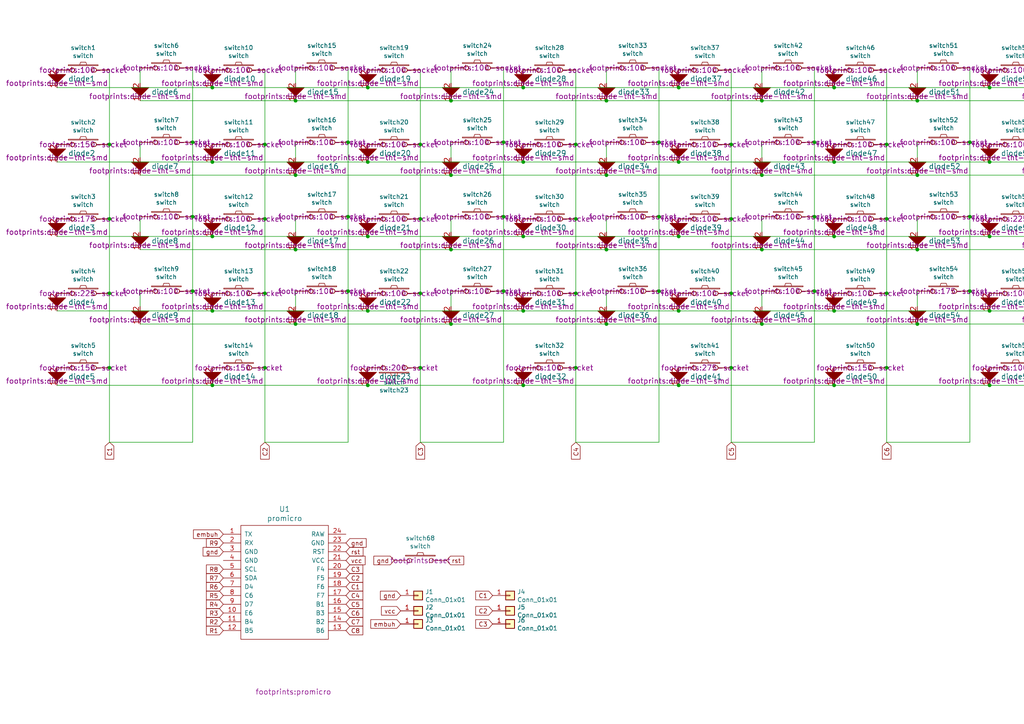
<source format=kicad_sch>
(kicad_sch (version 20211123) (generator eeschema)
  (paper "A4")
  (junction (at 175.895 72.39))
  (junction (at 241.935 111.76))
  (junction (at 85.725 50.8))
  (junction (at 167.005 85.09))
  (junction (at 257.175 85.09))
  (junction (at 85.725 93.98))
  (junction (at 55.88 62.865))
  (junction (at 236.22 41.275))
  (junction (at 146.05 41.275))
  (junction (at 76.835 41.91))
  (junction (at 31.75 85.09))
  (junction (at 266.065 50.8))
  (junction (at 175.895 50.8))
  (junction (at 302.26 41.91))
  (junction (at 281.305 62.865))
  (junction (at 257.175 106.68))
  (junction (at 196.85 90.17))
  (junction (at 121.92 41.91))
  (junction (at 100.965 41.275))
  (junction (at 281.305 41.275))
  (junction (at 220.98 72.39))
  (junction (at 121.92 106.68))
  (junction (at 167.005 41.91))
  (junction (at 212.09 63.5))
  (junction (at 191.135 62.865))
  (junction (at 76.835 106.68))
  (junction (at 55.88 84.455))
  (junction (at 146.05 84.455))
  (junction (at 106.68 68.58))
  (junction (at 31.75 41.91))
  (junction (at 151.765 68.58))
  (junction (at 106.68 46.99))
  (junction (at 61.595 68.58))
  (junction (at 100.965 62.865))
  (junction (at 85.725 29.21))
  (junction (at 130.81 72.39))
  (junction (at 212.09 41.91))
  (junction (at 332.105 46.99))
  (junction (at 31.75 63.5))
  (junction (at 287.02 111.76))
  (junction (at 175.895 29.21))
  (junction (at 266.065 93.98))
  (junction (at 287.02 46.99))
  (junction (at 241.935 25.4))
  (junction (at 106.68 90.17))
  (junction (at 332.105 90.17))
  (junction (at 76.835 63.5))
  (junction (at 241.935 90.17))
  (junction (at 257.175 63.5))
  (junction (at 347.345 63.5))
  (junction (at 146.05 62.865))
  (junction (at 167.005 106.68))
  (junction (at 61.595 46.99))
  (junction (at 266.065 72.39))
  (junction (at 167.005 63.5))
  (junction (at 302.26 85.09))
  (junction (at 347.345 85.09))
  (junction (at 151.765 46.99))
  (junction (at 311.15 29.21))
  (junction (at 196.85 46.99))
  (junction (at 196.85 25.4))
  (junction (at 287.02 90.17))
  (junction (at 130.81 50.8))
  (junction (at 332.105 68.58))
  (junction (at 191.135 41.275))
  (junction (at 61.595 111.76))
  (junction (at 220.98 29.21))
  (junction (at 151.765 111.76))
  (junction (at 347.345 41.91))
  (junction (at 100.965 84.455))
  (junction (at 287.02 68.58))
  (junction (at 175.895 93.98))
  (junction (at 121.92 63.5))
  (junction (at 332.105 25.4))
  (junction (at 220.98 93.98))
  (junction (at 31.75 106.68))
  (junction (at 220.98 50.8))
  (junction (at 212.09 106.68))
  (junction (at 61.595 90.17))
  (junction (at 191.135 84.455))
  (junction (at 151.765 90.17))
  (junction (at 281.305 84.455))
  (junction (at 326.39 41.275))
  (junction (at 287.02 25.4))
  (junction (at 311.15 50.8))
  (junction (at 266.065 29.21))
  (junction (at 130.81 93.98))
  (junction (at 121.92 85.09))
  (junction (at 326.39 62.865))
  (junction (at 61.595 25.4))
  (junction (at 326.39 84.455))
  (junction (at 257.175 41.91))
  (junction (at 241.935 46.99))
  (junction (at 130.81 29.21))
  (junction (at 151.765 25.4))
  (junction (at 55.88 41.275))
  (junction (at 85.725 72.39))
  (junction (at 212.09 85.09))
  (junction (at 311.15 72.39))
  (junction (at 196.85 68.58))
  (junction (at 76.835 85.09))
  (junction (at 106.68 111.76))
  (junction (at 302.26 106.68))
  (junction (at 236.22 84.455))
  (junction (at 236.22 62.865))
  (junction (at 311.15 93.98))
  (junction (at 241.935 68.58))
  (junction (at 196.85 111.76))
  (junction (at 106.68 25.4))
  (junction (at 302.26 63.5))
  (wire (pts (xy 326.39 84.455) (xy 326.39 128.27)))
  (wire (pts (xy 191.135 41.275) (xy 191.135 62.865)))
  (wire (pts (xy 332.105 90.17) (xy 377.19 90.17)))
  (wire (pts (xy 106.68 46.99) (xy 151.765 46.99)))
  (wire (pts (xy 100.965 84.455) (xy 100.965 128.27)))
  (wire (pts (xy 100.965 41.275) (xy 100.965 62.865)))
  (wire (pts (xy 31.75 106.68) (xy 31.75 128.27)))
  (wire (pts (xy 196.85 25.4) (xy 241.935 25.4)))
  (wire (pts (xy 167.005 128.27) (xy 191.135 128.27)))
  (wire (pts (xy 191.135 19.685) (xy 191.135 41.275)))
  (wire (pts (xy 302.26 20.32) (xy 302.26 41.91)))
  (wire (pts (xy 85.725 41.275) (xy 85.725 45.72)))
  (wire (pts (xy 332.105 25.4) (xy 377.19 25.4)))
  (wire (pts (xy 236.22 84.455) (xy 236.22 128.27)))
  (wire (pts (xy 85.725 72.39) (xy 130.81 72.39)))
  (wire (pts (xy 287.02 90.17) (xy 332.105 90.17)))
  (wire (pts (xy 212.09 63.5) (xy 212.09 85.09)))
  (wire (pts (xy 332.105 68.58) (xy 377.19 68.58)))
  (wire (pts (xy 347.345 63.5) (xy 347.345 85.09)))
  (wire (pts (xy 106.68 90.17) (xy 151.765 90.17)))
  (wire (pts (xy 266.065 72.39) (xy 311.15 72.39)))
  (wire (pts (xy 257.175 128.27) (xy 281.305 128.27)))
  (wire (pts (xy 287.02 46.99) (xy 332.105 46.99)))
  (wire (pts (xy 85.725 50.8) (xy 130.81 50.8)))
  (wire (pts (xy 175.895 84.455) (xy 175.895 88.9)))
  (wire (pts (xy 85.725 84.455) (xy 85.725 88.9)))
  (wire (pts (xy 302.26 41.91) (xy 302.26 63.5)))
  (wire (pts (xy 281.305 62.865) (xy 281.305 84.455)))
  (wire (pts (xy 40.64 19.685) (xy 40.64 24.13)))
  (wire (pts (xy 311.15 29.21) (xy 401.32 29.21)))
  (wire (pts (xy 85.725 62.865) (xy 85.725 67.31)))
  (wire (pts (xy 40.64 50.8) (xy 85.725 50.8)))
  (wire (pts (xy 257.175 20.32) (xy 257.175 41.91)))
  (wire (pts (xy 287.02 68.58) (xy 332.105 68.58)))
  (wire (pts (xy 130.81 93.98) (xy 175.895 93.98)))
  (wire (pts (xy 311.15 93.98) (xy 401.32 93.98)))
  (wire (pts (xy 266.065 41.275) (xy 266.065 45.72)))
  (wire (pts (xy 266.065 29.21) (xy 311.15 29.21)))
  (wire (pts (xy 175.895 93.98) (xy 220.98 93.98)))
  (wire (pts (xy 40.64 29.21) (xy 85.725 29.21)))
  (wire (pts (xy 121.92 85.09) (xy 121.92 106.68)))
  (wire (pts (xy 61.595 46.99) (xy 106.68 46.99)))
  (wire (pts (xy 220.98 50.8) (xy 266.065 50.8)))
  (wire (pts (xy 281.305 41.275) (xy 281.305 62.865)))
  (wire (pts (xy 151.765 68.58) (xy 196.85 68.58)))
  (wire (pts (xy 146.05 19.685) (xy 146.05 41.275)))
  (wire (pts (xy 287.02 111.76) (xy 377.19 111.76)))
  (wire (pts (xy 266.065 19.685) (xy 266.065 24.13)))
  (wire (pts (xy 326.39 41.275) (xy 326.39 62.865)))
  (wire (pts (xy 40.64 41.275) (xy 40.64 45.72)))
  (wire (pts (xy 151.765 25.4) (xy 196.85 25.4)))
  (wire (pts (xy 151.765 111.76) (xy 196.85 111.76)))
  (wire (pts (xy 257.175 41.91) (xy 257.175 63.5)))
  (wire (pts (xy 241.935 46.99) (xy 287.02 46.99)))
  (wire (pts (xy 31.75 41.91) (xy 31.75 63.5)))
  (wire (pts (xy 40.64 72.39) (xy 85.725 72.39)))
  (wire (pts (xy 76.835 20.32) (xy 76.835 41.91)))
  (wire (pts (xy 241.935 25.4) (xy 287.02 25.4)))
  (wire (pts (xy 85.725 29.21) (xy 130.81 29.21)))
  (wire (pts (xy 347.345 128.27) (xy 371.475 128.27)))
  (wire (pts (xy 220.98 93.98) (xy 266.065 93.98)))
  (wire (pts (xy 266.065 62.865) (xy 266.065 67.31)))
  (wire (pts (xy 220.98 29.21) (xy 266.065 29.21)))
  (wire (pts (xy 212.09 20.32) (xy 212.09 41.91)))
  (wire (pts (xy 16.51 111.76) (xy 61.595 111.76)))
  (wire (pts (xy 76.835 106.68) (xy 76.835 128.27)))
  (wire (pts (xy 241.935 90.17) (xy 287.02 90.17)))
  (wire (pts (xy 167.005 63.5) (xy 167.005 85.09)))
  (wire (pts (xy 106.68 25.4) (xy 151.765 25.4)))
  (wire (pts (xy 266.065 50.8) (xy 311.15 50.8)))
  (wire (pts (xy 61.595 111.76) (xy 106.68 111.76)))
  (wire (pts (xy 121.92 106.68) (xy 121.92 128.27)))
  (wire (pts (xy 85.725 93.98) (xy 130.81 93.98)))
  (wire (pts (xy 196.85 68.58) (xy 241.935 68.58)))
  (wire (pts (xy 196.85 90.17) (xy 241.935 90.17)))
  (wire (pts (xy 16.51 46.99) (xy 61.595 46.99)))
  (wire (pts (xy 151.765 90.17) (xy 196.85 90.17)))
  (wire (pts (xy 106.68 68.58) (xy 151.765 68.58)))
  (wire (pts (xy 220.98 72.39) (xy 266.065 72.39)))
  (wire (pts (xy 311.15 41.275) (xy 311.15 45.72)))
  (wire (pts (xy 100.965 62.865) (xy 100.965 84.455)))
  (wire (pts (xy 55.88 62.865) (xy 55.88 84.455)))
  (wire (pts (xy 212.09 106.68) (xy 212.09 128.27)))
  (wire (pts (xy 146.05 84.455) (xy 146.05 128.27)))
  (wire (pts (xy 302.26 85.09) (xy 302.26 106.68)))
  (wire (pts (xy 236.22 62.865) (xy 236.22 84.455)))
  (wire (pts (xy 146.05 62.865) (xy 146.05 84.455)))
  (wire (pts (xy 257.175 106.68) (xy 257.175 128.27)))
  (wire (pts (xy 175.895 72.39) (xy 220.98 72.39)))
  (wire (pts (xy 311.15 50.8) (xy 401.32 50.8)))
  (wire (pts (xy 121.92 20.32) (xy 121.92 41.91)))
  (wire (pts (xy 175.895 41.275) (xy 175.895 45.72)))
  (wire (pts (xy 76.835 41.91) (xy 76.835 63.5)))
  (wire (pts (xy 106.68 111.76) (xy 151.765 111.76)))
  (wire (pts (xy 85.725 19.685) (xy 85.725 24.13)))
  (wire (pts (xy 220.98 19.685) (xy 220.98 24.13)))
  (wire (pts (xy 167.005 41.91) (xy 167.005 63.5)))
  (wire (pts (xy 31.75 20.32) (xy 31.75 41.91)))
  (wire (pts (xy 121.92 128.27) (xy 146.05 128.27)))
  (wire (pts (xy 130.81 29.21) (xy 175.895 29.21)))
  (wire (pts (xy 76.835 85.09) (xy 76.835 106.68)))
  (wire (pts (xy 31.75 128.27) (xy 55.88 128.27)))
  (wire (pts (xy 266.065 93.98) (xy 311.15 93.98)))
  (wire (pts (xy 151.765 46.99) (xy 196.85 46.99)))
  (wire (pts (xy 191.135 84.455) (xy 191.135 128.27)))
  (wire (pts (xy 55.88 41.275) (xy 55.88 62.865)))
  (wire (pts (xy 76.835 63.5) (xy 76.835 85.09)))
  (wire (pts (xy 61.595 90.17) (xy 106.68 90.17)))
  (wire (pts (xy 236.22 19.685) (xy 236.22 41.275)))
  (wire (pts (xy 326.39 62.865) (xy 326.39 84.455)))
  (wire (pts (xy 16.51 68.58) (xy 61.595 68.58)))
  (wire (pts (xy 196.85 46.99) (xy 241.935 46.99)))
  (wire (pts (xy 121.92 41.91) (xy 121.92 63.5)))
  (wire (pts (xy 302.26 63.5) (xy 302.26 85.09)))
  (wire (pts (xy 175.895 62.865) (xy 175.895 67.31)))
  (wire (pts (xy 196.85 111.76) (xy 241.935 111.76)))
  (wire (pts (xy 212.09 85.09) (xy 212.09 106.68)))
  (wire (pts (xy 167.005 20.32) (xy 167.005 41.91)))
  (wire (pts (xy 40.64 84.455) (xy 40.64 88.9)))
  (wire (pts (xy 167.005 106.68) (xy 167.005 128.27)))
  (wire (pts (xy 130.81 19.685) (xy 130.81 24.13)))
  (wire (pts (xy 266.065 84.455) (xy 266.065 88.9)))
  (wire (pts (xy 347.345 85.09) (xy 347.345 128.27)))
  (wire (pts (xy 302.26 106.68) (xy 302.26 128.27)))
  (wire (pts (xy 16.51 25.4) (xy 61.595 25.4)))
  (wire (pts (xy 287.02 25.4) (xy 332.105 25.4)))
  (wire (pts (xy 76.835 128.27) (xy 100.965 128.27)))
  (wire (pts (xy 257.175 63.5) (xy 257.175 85.09)))
  (wire (pts (xy 55.88 84.455) (xy 55.88 128.27)))
  (wire (pts (xy 175.895 50.8) (xy 220.98 50.8)))
  (wire (pts (xy 311.15 19.685) (xy 311.15 24.13)))
  (wire (pts (xy 130.81 41.275) (xy 130.81 45.72)))
  (wire (pts (xy 326.39 19.685) (xy 326.39 41.275)))
  (wire (pts (xy 220.98 41.275) (xy 220.98 45.72)))
  (wire (pts (xy 121.92 63.5) (xy 121.92 85.09)))
  (wire (pts (xy 55.88 19.685) (xy 55.88 41.275)))
  (wire (pts (xy 146.05 41.275) (xy 146.05 62.865)))
  (wire (pts (xy 40.64 93.98) (xy 85.725 93.98)))
  (wire (pts (xy 191.135 62.865) (xy 191.135 84.455)))
  (wire (pts (xy 371.475 19.685) (xy 371.475 128.27)))
  (wire (pts (xy 311.15 84.455) (xy 311.15 88.9)))
  (wire (pts (xy 31.75 85.09) (xy 31.75 106.68)))
  (wire (pts (xy 241.935 68.58) (xy 287.02 68.58)))
  (wire (pts (xy 100.965 19.685) (xy 100.965 41.275)))
  (wire (pts (xy 347.345 20.32) (xy 347.345 41.91)))
  (wire (pts (xy 332.105 46.99) (xy 377.19 46.99)))
  (wire (pts (xy 281.305 84.455) (xy 281.305 128.27)))
  (wire (pts (xy 220.98 84.455) (xy 220.98 88.9)))
  (wire (pts (xy 311.15 72.39) (xy 401.32 72.39)))
  (wire (pts (xy 130.81 50.8) (xy 175.895 50.8)))
  (wire (pts (xy 61.595 68.58) (xy 106.68 68.58)))
  (wire (pts (xy 212.09 41.91) (xy 212.09 63.5)))
  (wire (pts (xy 257.175 85.09) (xy 257.175 106.68)))
  (wire (pts (xy 61.595 25.4) (xy 106.68 25.4)))
  (wire (pts (xy 302.26 128.27) (xy 326.39 128.27)))
  (wire (pts (xy 130.81 72.39) (xy 175.895 72.39)))
  (wire (pts (xy 40.64 62.865) (xy 40.64 67.31)))
  (wire (pts (xy 167.005 85.09) (xy 167.005 106.68)))
  (wire (pts (xy 175.895 29.21) (xy 220.98 29.21)))
  (wire (pts (xy 212.09 128.27) (xy 236.22 128.27)))
  (wire (pts (xy 130.81 62.865) (xy 130.81 67.31)))
  (wire (pts (xy 347.345 41.91) (xy 347.345 63.5)))
  (wire (pts (xy 130.81 84.455) (xy 130.81 88.9)))
  (wire (pts (xy 16.51 90.17) (xy 61.595 90.17)))
  (wire (pts (xy 220.98 62.865) (xy 220.98 67.31)))
  (wire (pts (xy 31.75 63.5) (xy 31.75 85.09)))
  (wire (pts (xy 311.15 62.865) (xy 311.15 67.31)))
  (wire (pts (xy 236.22 41.275) (xy 236.22 62.865)))
  (wire (pts (xy 175.895 19.685) (xy 175.895 24.13)))
  (wire (pts (xy 241.935 111.76) (xy 287.02 111.76)))
  (wire (pts (xy 281.305 19.685) (xy 281.305 41.275)))
  (global_label "gnd" (shape input) (at 100.33 157.48 0) (property "Intersheet References" "${INTERSHEET_REFS}" (effects hide)))
  (global_label "R3" (shape input) (at 377.19 46.99 0) (property "Intersheet References" "${INTERSHEET_REFS}" (effects hide)))
  (global_label "C7" (shape input) (at 302.26 128.27 270) (property "Intersheet References" "${INTERSHEET_REFS}" (effects hide)))
  (global_label "C6" (shape input) (at 257.175 128.27 270) (property "Intersheet References" "${INTERSHEET_REFS}" (effects hide)))
  (global_label "R4" (shape input) (at 64.77 175.26 180) (property "Intersheet References" "${INTERSHEET_REFS}" (effects hide)))
  (global_label "C2" (shape input) (at 100.33 167.64 0) (property "Intersheet References" "${INTERSHEET_REFS}" (effects hide)))
  (global_label "C1" (shape input) (at 100.33 170.18 0) (property "Intersheet References" "${INTERSHEET_REFS}" (effects hide)))
  (global_label "rst" (shape input) (at 129.54 162.56 0) (property "Intersheet References" "${INTERSHEET_REFS}" (effects hide)))
  (global_label "R1" (shape input) (at 64.77 182.88 180) (property "Intersheet References" "${INTERSHEET_REFS}" (effects hide)))
  (global_label "C8" (shape input) (at 347.345 128.27 270) (property "Intersheet References" "${INTERSHEET_REFS}" (effects hide)))
  (global_label "C5" (shape input) (at 100.33 175.26 0) (property "Intersheet References" "${INTERSHEET_REFS}" (effects hide)))
  (global_label "C8" (shape input) (at 100.33 182.88 0) (property "Intersheet References" "${INTERSHEET_REFS}" (effects hide)))
  (global_label "R8" (shape input) (at 401.32 93.98 0) (property "Intersheet References" "${INTERSHEET_REFS}" (effects hide)))
  (global_label "R9" (shape input) (at 377.19 111.76 0) (property "Intersheet References" "${INTERSHEET_REFS}" (effects hide)))
  (global_label "R1" (shape input) (at 377.19 25.4 0) (property "Intersheet References" "${INTERSHEET_REFS}" (effects hide)))
  (global_label "C1" (shape input) (at 142.875 172.72 180) (property "Intersheet References" "${INTERSHEET_REFS}" (effects hide)))
  (global_label "embuh" (shape input) (at 116.205 180.975 180) (property "Intersheet References" "${INTERSHEET_REFS}" (effects hide)))
  (global_label "C1" (shape input) (at 31.75 128.27 270) (property "Intersheet References" "${INTERSHEET_REFS}" (effects hide)))
  (global_label "C3" (shape input) (at 142.875 180.975 180) (property "Intersheet References" "${INTERSHEET_REFS}" (effects hide)))
  (global_label "R8" (shape input) (at 64.77 165.1 180) (property "Intersheet References" "${INTERSHEET_REFS}" (effects hide)))
  (global_label "R6" (shape input) (at 64.77 170.18 180) (property "Intersheet References" "${INTERSHEET_REFS}" (effects hide)))
  (global_label "vcc" (shape input) (at 116.205 177.165 180) (property "Intersheet References" "${INTERSHEET_REFS}" (effects hide)))
  (global_label "C7" (shape input) (at 100.33 180.34 0) (property "Intersheet References" "${INTERSHEET_REFS}" (effects hide)))
  (global_label "C3" (shape input) (at 100.33 165.1 0) (property "Intersheet References" "${INTERSHEET_REFS}" (effects hide)))
  (global_label "gnd" (shape input) (at 64.77 160.02 180) (property "Intersheet References" "${INTERSHEET_REFS}" (effects hide)))
  (global_label "R5" (shape input) (at 64.77 172.72 180) (property "Intersheet References" "${INTERSHEET_REFS}" (effects hide)))
  (global_label "rst" (shape input) (at 100.33 160.02 0) (property "Intersheet References" "${INTERSHEET_REFS}" (effects hide)))
  (global_label "C2" (shape input) (at 76.835 128.27 270) (property "Intersheet References" "${INTERSHEET_REFS}" (effects hide)))
  (global_label "vcc" (shape input) (at 100.33 162.56 0) (property "Intersheet References" "${INTERSHEET_REFS}" (effects hide)))
  (global_label "R4" (shape input) (at 401.32 50.8 0) (property "Intersheet References" "${INTERSHEET_REFS}" (effects hide)))
  (global_label "R2" (shape input) (at 401.32 29.21 0) (property "Intersheet References" "${INTERSHEET_REFS}" (effects hide)))
  (global_label "R7" (shape input) (at 64.77 167.64 180) (property "Intersheet References" "${INTERSHEET_REFS}" (effects hide)))
  (global_label "C3" (shape input) (at 121.92 128.27 270) (property "Intersheet References" "${INTERSHEET_REFS}" (effects hide)))
  (global_label "gnd" (shape input) (at 114.3 162.56 180) (property "Intersheet References" "${INTERSHEET_REFS}" (effects hide)))
  (global_label "gnd" (shape input) (at 116.205 172.72 180) (property "Intersheet References" "${INTERSHEET_REFS}" (effects hide)))
  (global_label "C5" (shape input) (at 212.09 128.27 270) (property "Intersheet References" "${INTERSHEET_REFS}" (effects hide)))
  (global_label "C4" (shape input) (at 167.005 128.27 270) (property "Intersheet References" "${INTERSHEET_REFS}" (effects hide)))
  (global_label "C6" (shape input) (at 100.33 177.8 0) (property "Intersheet References" "${INTERSHEET_REFS}" (effects hide)))
  (global_label "R2" (shape input) (at 64.77 180.34 180) (property "Intersheet References" "${INTERSHEET_REFS}" (effects hide)))
  (global_label "R6" (shape input) (at 401.32 72.39 0) (property "Intersheet References" "${INTERSHEET_REFS}" (effects hide)))
  (global_label "C4" (shape input) (at 100.33 172.72 0) (property "Intersheet References" "${INTERSHEET_REFS}" (effects hide)))
  (global_label "R7" (shape input) (at 377.19 90.17 0) (property "Intersheet References" "${INTERSHEET_REFS}" (effects hide)))
  (global_label "C2" (shape input) (at 142.875 177.165 180) (property "Intersheet References" "${INTERSHEET_REFS}" (effects hide)))
  (global_label "embuh" (shape input) (at 64.77 154.94 180) (property "Intersheet References" "${INTERSHEET_REFS}" (effects hide)))
  (global_label "R9" (shape input) (at 64.77 157.48 180) (property "Intersheet References" "${INTERSHEET_REFS}" (effects hide)))
  (global_label "R3" (shape input) (at 64.77 177.8 180) (property "Intersheet References" "${INTERSHEET_REFS}" (effects hide)))
  (global_label "R5" (shape input) (at 377.19 68.58 0) (property "Intersheet References" "${INTERSHEET_REFS}" (effects hide)))
  (symbol (lib_id "rick-kicad-lib:switch") (at 24.13 20.32 0) (unit 1)
    (property "Reference" "switch1" (at 24.13 13.843 0))
    (property "Value" "switch" (at 24.13 16.1544 0))
    (property "Footprint" "footprints:100-socket" (at 24.13 20.32 0) (effects (font (size 1.524 1.524))))
  )
  (symbol (lib_id "rick-kicad-lib:diode") (at 16.51 24.13 180) (unit 1)
    (property "Reference" "diode1" (at 19.7612 22.86 0) (effects (font (size 1.524 1.524)) (justify right)))
    (property "Value" "diode" (effects hide))
    (property "Footprint" "footprints:diode-tht-smd" (at 16.51 24.13 0) (effects (font (size 1.524 1.524))))
  )
  (symbol (lib_id "rick-kicad-lib:switch") (at 48.26 19.685 0) (unit 1)
    (property "Reference" "switch6" (at 48.26 13.208 0))
    (property "Value" "switch" (at 48.26 15.5194 0))
    (property "Footprint" "footprints:100-socket" (at 48.26 19.685 0) (effects (font (size 1.524 1.524))))
  )
  (symbol (lib_id "rick-kicad-lib:diode") (at 40.64 27.94 180) (unit 1)
    (property "Reference" "diode6" (at 43.8912 26.67 0) (effects (font (size 1.524 1.524)) (justify right)))
    (property "Value" "diode" (effects hide))
    (property "Footprint" "footprints:diode-tht-smd" (at 40.64 27.94 0) (effects (font (size 1.524 1.524))))
  )
  (symbol (lib_id "rick-kicad-lib:switch") (at 24.13 41.91 0) (unit 1)
    (property "Reference" "switch2" (at 24.13 35.433 0))
    (property "Value" "switch" (at 24.13 37.7444 0))
    (property "Footprint" "footprints:150-socket" (at 24.13 41.91 0) (effects (font (size 1.524 1.524))))
  )
  (symbol (lib_id "rick-kicad-lib:diode") (at 16.51 45.72 180) (unit 1)
    (property "Reference" "diode2" (at 19.7612 44.45 0) (effects (font (size 1.524 1.524)) (justify right)))
    (property "Value" "diode" (effects hide))
    (property "Footprint" "footprints:diode-tht-smd" (at 16.51 45.72 0) (effects (font (size 1.524 1.524))))
  )
  (symbol (lib_id "rick-kicad-lib:switch") (at 48.26 41.275 0) (unit 1)
    (property "Reference" "switch7" (at 48.26 34.798 0))
    (property "Value" "switch" (at 48.26 37.1094 0))
    (property "Footprint" "footprints:100-socket" (at 48.26 41.275 0) (effects (font (size 1.524 1.524))))
  )
  (symbol (lib_id "rick-kicad-lib:diode") (at 40.64 49.53 180) (unit 1)
    (property "Reference" "diode7" (at 43.8912 48.26 0) (effects (font (size 1.524 1.524)) (justify right)))
    (property "Value" "diode" (effects hide))
    (property "Footprint" "footprints:diode-tht-smd" (at 40.64 49.53 0) (effects (font (size 1.524 1.524))))
  )
  (symbol (lib_id "rick-kicad-lib:switch") (at 24.13 63.5 0) (unit 1)
    (property "Reference" "switch3" (at 24.13 57.023 0))
    (property "Value" "switch" (at 24.13 59.3344 0))
    (property "Footprint" "footprints:175-socket" (at 24.13 63.5 0) (effects (font (size 1.524 1.524))))
  )
  (symbol (lib_id "rick-kicad-lib:diode") (at 16.51 67.31 180) (unit 1)
    (property "Reference" "diode3" (at 19.7612 66.04 0) (effects (font (size 1.524 1.524)) (justify right)))
    (property "Value" "diode" (effects hide))
    (property "Footprint" "footprints:diode-tht-smd" (at 16.51 67.31 0) (effects (font (size 1.524 1.524))))
  )
  (symbol (lib_id "rick-kicad-lib:switch") (at 48.26 62.865 0) (unit 1)
    (property "Reference" "switch8" (at 48.26 56.388 0))
    (property "Value" "switch" (at 48.26 58.6994 0))
    (property "Footprint" "footprints:100-socket" (at 48.26 62.865 0) (effects (font (size 1.524 1.524))))
  )
  (symbol (lib_id "rick-kicad-lib:diode") (at 40.64 71.12 180) (unit 1)
    (property "Reference" "diode8" (at 43.8912 69.85 0) (effects (font (size 1.524 1.524)) (justify right)))
    (property "Value" "diode" (effects hide))
    (property "Footprint" "footprints:diode-tht-smd" (at 40.64 71.12 0) (effects (font (size 1.524 1.524))))
  )
  (symbol (lib_id "rick-kicad-lib:switch") (at 24.13 85.09 0) (unit 1)
    (property "Reference" "switch4" (at 24.13 78.613 0))
    (property "Value" "switch" (at 24.13 80.9244 0))
    (property "Footprint" "footprints:225-socket" (at 24.13 85.09 0) (effects (font (size 1.524 1.524))))
  )
  (symbol (lib_id "rick-kicad-lib:diode") (at 16.51 88.9 180) (unit 1)
    (property "Reference" "diode4" (at 19.7612 87.63 0) (effects (font (size 1.524 1.524)) (justify right)))
    (property "Value" "diode" (effects hide))
    (property "Footprint" "footprints:diode-tht-smd" (at 16.51 88.9 0) (effects (font (size 1.524 1.524))))
  )
  (symbol (lib_id "rick-kicad-lib:switch") (at 48.26 84.455 0) (unit 1)
    (property "Reference" "switch9" (at 48.26 77.978 0))
    (property "Value" "switch" (at 48.26 80.2894 0))
    (property "Footprint" "footprints:100-socket" (at 48.26 84.455 0) (effects (font (size 1.524 1.524))))
  )
  (symbol (lib_id "rick-kicad-lib:diode") (at 40.64 92.71 180) (unit 1)
    (property "Reference" "diode9" (at 43.8912 91.44 0) (effects (font (size 1.524 1.524)) (justify right)))
    (property "Value" "diode" (effects hide))
    (property "Footprint" "footprints:diode-tht-smd" (at 40.64 92.71 0) (effects (font (size 1.524 1.524))))
  )
  (symbol (lib_id "rick-kicad-lib:switch") (at 24.13 106.68 0) (unit 1)
    (property "Reference" "switch5" (at 24.13 100.203 0))
    (property "Value" "switch" (at 24.13 102.5144 0))
    (property "Footprint" "footprints:150-socket" (at 24.13 106.68 0) (effects (font (size 1.524 1.524))))
  )
  (symbol (lib_id "rick-kicad-lib:diode") (at 16.51 110.49 180) (unit 1)
    (property "Reference" "diode5" (at 19.7612 109.22 0) (effects (font (size 1.524 1.524)) (justify right)))
    (property "Value" "diode" (effects hide))
    (property "Footprint" "footprints:diode-tht-smd" (at 16.51 110.49 0) (effects (font (size 1.524 1.524))))
  )
  (symbol (lib_id "rick-kicad-lib:switch") (at 69.215 20.32 0) (unit 1)
    (property "Reference" "switch10" (at 69.215 13.843 0))
    (property "Value" "switch" (at 69.215 16.1544 0))
    (property "Footprint" "footprints:100-socket" (at 69.215 20.32 0) (effects (font (size 1.524 1.524))))
  )
  (symbol (lib_id "rick-kicad-lib:diode") (at 61.595 24.13 180) (unit 1)
    (property "Reference" "diode10" (at 64.8462 22.86 0) (effects (font (size 1.524 1.524)) (justify right)))
    (property "Value" "diode" (effects hide))
    (property "Footprint" "footprints:diode-tht-smd" (at 61.595 24.13 0) (effects (font (size 1.524 1.524))))
  )
  (symbol (lib_id "rick-kicad-lib:switch") (at 93.345 19.685 0) (unit 1)
    (property "Reference" "switch15" (at 93.345 13.208 0))
    (property "Value" "switch" (at 93.345 15.5194 0))
    (property "Footprint" "footprints:100-socket" (at 93.345 19.685 0) (effects (font (size 1.524 1.524))))
  )
  (symbol (lib_id "rick-kicad-lib:diode") (at 85.725 27.94 180) (unit 1)
    (property "Reference" "diode15" (at 88.9762 26.67 0) (effects (font (size 1.524 1.524)) (justify right)))
    (property "Value" "diode" (effects hide))
    (property "Footprint" "footprints:diode-tht-smd" (at 85.725 27.94 0) (effects (font (size 1.524 1.524))))
  )
  (symbol (lib_id "rick-kicad-lib:switch") (at 69.215 41.91 0) (unit 1)
    (property "Reference" "switch11" (at 69.215 35.433 0))
    (property "Value" "switch" (at 69.215 37.7444 0))
    (property "Footprint" "footprints:100-socket" (at 69.215 41.91 0) (effects (font (size 1.524 1.524))))
  )
  (symbol (lib_id "rick-kicad-lib:diode") (at 61.595 45.72 180) (unit 1)
    (property "Reference" "diode11" (at 64.8462 44.45 0) (effects (font (size 1.524 1.524)) (justify right)))
    (property "Value" "diode" (effects hide))
    (property "Footprint" "footprints:diode-tht-smd" (at 61.595 45.72 0) (effects (font (size 1.524 1.524))))
  )
  (symbol (lib_id "rick-kicad-lib:switch") (at 93.345 41.275 0) (unit 1)
    (property "Reference" "switch16" (at 93.345 34.798 0))
    (property "Value" "switch" (at 93.345 37.1094 0))
    (property "Footprint" "footprints:100-socket" (at 93.345 41.275 0) (effects (font (size 1.524 1.524))))
  )
  (symbol (lib_id "rick-kicad-lib:diode") (at 85.725 49.53 180) (unit 1)
    (property "Reference" "diode16" (at 88.9762 48.26 0) (effects (font (size 1.524 1.524)) (justify right)))
    (property "Value" "diode" (effects hide))
    (property "Footprint" "footprints:diode-tht-smd" (at 85.725 49.53 0) (effects (font (size 1.524 1.524))))
  )
  (symbol (lib_id "rick-kicad-lib:switch") (at 69.215 63.5 0) (unit 1)
    (property "Reference" "switch12" (at 69.215 57.023 0))
    (property "Value" "switch" (at 69.215 59.3344 0))
    (property "Footprint" "footprints:100-socket" (at 69.215 63.5 0) (effects (font (size 1.524 1.524))))
  )
  (symbol (lib_id "rick-kicad-lib:diode") (at 61.595 67.31 180) (unit 1)
    (property "Reference" "diode12" (at 64.8462 66.04 0) (effects (font (size 1.524 1.524)) (justify right)))
    (property "Value" "diode" (effects hide))
    (property "Footprint" "footprints:diode-tht-smd" (at 61.595 67.31 0) (effects (font (size 1.524 1.524))))
  )
  (symbol (lib_id "rick-kicad-lib:switch") (at 93.345 62.865 0) (unit 1)
    (property "Reference" "switch17" (at 93.345 56.388 0))
    (property "Value" "switch" (at 93.345 58.6994 0))
    (property "Footprint" "footprints:100-socket" (at 93.345 62.865 0) (effects (font (size 1.524 1.524))))
  )
  (symbol (lib_id "rick-kicad-lib:diode") (at 85.725 71.12 180) (unit 1)
    (property "Reference" "diode17" (at 88.9762 69.85 0) (effects (font (size 1.524 1.524)) (justify right)))
    (property "Value" "diode" (effects hide))
    (property "Footprint" "footprints:diode-tht-smd" (at 85.725 71.12 0) (effects (font (size 1.524 1.524))))
  )
  (symbol (lib_id "rick-kicad-lib:switch") (at 69.215 85.09 0) (unit 1)
    (property "Reference" "switch13" (at 69.215 78.613 0))
    (property "Value" "switch" (at 69.215 80.9244 0))
    (property "Footprint" "footprints:100-socket" (at 69.215 85.09 0) (effects (font (size 1.524 1.524))))
  )
  (symbol (lib_id "rick-kicad-lib:diode") (at 61.595 88.9 180) (unit 1)
    (property "Reference" "diode13" (at 64.8462 87.63 0) (effects (font (size 1.524 1.524)) (justify right)))
    (property "Value" "diode" (effects hide))
    (property "Footprint" "footprints:diode-tht-smd" (at 61.595 88.9 0) (effects (font (size 1.524 1.524))))
  )
  (symbol (lib_id "rick-kicad-lib:switch") (at 93.345 84.455 0) (unit 1)
    (property "Reference" "switch18" (at 93.345 77.978 0))
    (property "Value" "switch" (at 93.345 80.2894 0))
    (property "Footprint" "footprints:100-socket" (at 93.345 84.455 0) (effects (font (size 1.524 1.524))))
  )
  (symbol (lib_id "rick-kicad-lib:diode") (at 85.725 92.71 180) (unit 1)
    (property "Reference" "diode18" (at 88.9762 91.44 0) (effects (font (size 1.524 1.524)) (justify right)))
    (property "Value" "diode" (effects hide))
    (property "Footprint" "footprints:diode-tht-smd" (at 85.725 92.71 0) (effects (font (size 1.524 1.524))))
  )
  (symbol (lib_id "rick-kicad-lib:switch") (at 69.215 106.68 0) (unit 1)
    (property "Reference" "switch14" (at 69.215 100.203 0))
    (property "Value" "switch" (at 69.215 102.5144 0))
    (property "Footprint" "footprints:150-socket" (at 69.215 106.68 0) (effects (font (size 1.524 1.524))))
  )
  (symbol (lib_id "rick-kicad-lib:diode") (at 61.595 110.49 180) (unit 1)
    (property "Reference" "diode14" (at 64.8462 109.22 0) (effects (font (size 1.524 1.524)) (justify right)))
    (property "Value" "diode" (effects hide))
    (property "Footprint" "footprints:diode-tht-smd" (at 61.595 110.49 0) (effects (font (size 1.524 1.524))))
  )
  (symbol (lib_id "rick-kicad-lib:switch") (at 114.3 20.32 0) (unit 1)
    (property "Reference" "switch19" (at 114.3 13.843 0))
    (property "Value" "switch" (at 114.3 16.1544 0))
    (property "Footprint" "footprints:100-socket" (at 114.3 20.32 0) (effects (font (size 1.524 1.524))))
  )
  (symbol (lib_id "rick-kicad-lib:diode") (at 106.68 24.13 180) (unit 1)
    (property "Reference" "diode19" (at 109.9312 22.86 0) (effects (font (size 1.524 1.524)) (justify right)))
    (property "Value" "diode" (effects hide))
    (property "Footprint" "footprints:diode-tht-smd" (at 106.68 24.13 0) (effects (font (size 1.524 1.524))))
  )
  (symbol (lib_id "rick-kicad-lib:switch") (at 138.43 19.685 0) (unit 1)
    (property "Reference" "switch24" (at 138.43 13.208 0))
    (property "Value" "switch" (at 138.43 15.5194 0))
    (property "Footprint" "footprints:100-socket" (at 138.43 19.685 0) (effects (font (size 1.524 1.524))))
  )
  (symbol (lib_id "rick-kicad-lib:diode") (at 130.81 27.94 180) (unit 1)
    (property "Reference" "diode24" (at 134.0612 26.67 0) (effects (font (size 1.524 1.524)) (justify right)))
    (property "Value" "diode" (effects hide))
    (property "Footprint" "footprints:diode-tht-smd" (at 130.81 27.94 0) (effects (font (size 1.524 1.524))))
  )
  (symbol (lib_id "rick-kicad-lib:switch") (at 114.3 41.91 0) (unit 1)
    (property "Reference" "switch20" (at 114.3 35.433 0))
    (property "Value" "switch" (at 114.3 37.7444 0))
    (property "Footprint" "footprints:100-socket" (at 114.3 41.91 0) (effects (font (size 1.524 1.524))))
  )
  (symbol (lib_id "rick-kicad-lib:diode") (at 106.68 45.72 180) (unit 1)
    (property "Reference" "diode20" (at 109.9312 44.45 0) (effects (font (size 1.524 1.524)) (justify right)))
    (property "Value" "diode" (effects hide))
    (property "Footprint" "footprints:diode-tht-smd" (at 106.68 45.72 0) (effects (font (size 1.524 1.524))))
  )
  (symbol (lib_id "rick-kicad-lib:switch") (at 138.43 41.275 0) (unit 1)
    (property "Reference" "switch25" (at 138.43 34.798 0))
    (property "Value" "switch" (at 138.43 37.1094 0))
    (property "Footprint" "footprints:100-socket" (at 138.43 41.275 0) (effects (font (size 1.524 1.524))))
  )
  (symbol (lib_id "rick-kicad-lib:diode") (at 130.81 49.53 180) (unit 1)
    (property "Reference" "diode25" (at 134.0612 48.26 0) (effects (font (size 1.524 1.524)) (justify right)))
    (property "Value" "diode" (effects hide))
    (property "Footprint" "footprints:diode-tht-smd" (at 130.81 49.53 0) (effects (font (size 1.524 1.524))))
  )
  (symbol (lib_id "rick-kicad-lib:switch") (at 114.3 63.5 0) (unit 1)
    (property "Reference" "switch21" (at 114.3 57.023 0))
    (property "Value" "switch" (at 114.3 59.3344 0))
    (property "Footprint" "footprints:100-socket" (at 114.3 63.5 0) (effects (font (size 1.524 1.524))))
  )
  (symbol (lib_id "rick-kicad-lib:diode") (at 106.68 67.31 180) (unit 1)
    (property "Reference" "diode21" (at 109.9312 66.04 0) (effects (font (size 1.524 1.524)) (justify right)))
    (property "Value" "diode" (effects hide))
    (property "Footprint" "footprints:diode-tht-smd" (at 106.68 67.31 0) (effects (font (size 1.524 1.524))))
  )
  (symbol (lib_id "rick-kicad-lib:switch") (at 138.43 62.865 0) (unit 1)
    (property "Reference" "switch26" (at 138.43 56.388 0))
    (property "Value" "switch" (at 138.43 58.6994 0))
    (property "Footprint" "footprints:100-socket" (at 138.43 62.865 0) (effects (font (size 1.524 1.524))))
  )
  (symbol (lib_id "rick-kicad-lib:diode") (at 130.81 71.12 180) (unit 1)
    (property "Reference" "diode26" (at 134.0612 69.85 0) (effects (font (size 1.524 1.524)) (justify right)))
    (property "Value" "diode" (effects hide))
    (property "Footprint" "footprints:diode-tht-smd" (at 130.81 71.12 0) (effects (font (size 1.524 1.524))))
  )
  (symbol (lib_id "rick-kicad-lib:switch") (at 114.3 85.09 0) (unit 1)
    (property "Reference" "switch22" (at 114.3 78.613 0))
    (property "Value" "switch" (at 114.3 80.9244 0))
    (property "Footprint" "footprints:100-socket" (at 114.3 85.09 0) (effects (font (size 1.524 1.524))))
  )
  (symbol (lib_id "rick-kicad-lib:diode") (at 106.68 88.9 180) (unit 1)
    (property "Reference" "diode22" (at 109.9312 87.63 0) (effects (font (size 1.524 1.524)) (justify right)))
    (property "Value" "diode" (effects hide))
    (property "Footprint" "footprints:diode-tht-smd" (at 106.68 88.9 0) (effects (font (size 1.524 1.524))))
  )
  (symbol (lib_id "rick-kicad-lib:switch") (at 138.43 84.455 0) (unit 1)
    (property "Reference" "switch27" (at 138.43 77.978 0))
    (property "Value" "switch" (at 138.43 80.2894 0))
    (property "Footprint" "footprints:100-socket" (at 138.43 84.455 0) (effects (font (size 1.524 1.524))))
  )
  (symbol (lib_id "rick-kicad-lib:diode") (at 130.81 92.71 180) (unit 1)
    (property "Reference" "diode27" (at 134.0612 91.44 0) (effects (font (size 1.524 1.524)) (justify right)))
    (property "Value" "diode" (effects hide))
    (property "Footprint" "footprints:diode-tht-smd" (at 130.81 92.71 0) (effects (font (size 1.524 1.524))))
  )
  (symbol (lib_id "rick-kicad-lib:switch") (at 114.3 106.68 180) (unit 1)
    (property "Reference" "switch23" (at 114.3 113.157 0))
    (property "Value" "switch" (at 114.3 110.8456 0))
    (property "Footprint" "footprints:200-socket" (at 114.3 106.68 0) (effects (font (size 1.524 1.524))))
  )
  (symbol (lib_id "rick-kicad-lib:diode") (at 106.68 110.49 180) (unit 1)
    (property "Reference" "diode23" (at 109.9312 109.22 0) (effects (font (size 1.524 1.524)) (justify right)))
    (property "Value" "diode" (effects hide))
    (property "Footprint" "footprints:diode-tht-smd" (at 106.68 110.49 0) (effects (font (size 1.524 1.524))))
  )
  (symbol (lib_id "rick-kicad-lib:switch") (at 183.515 19.685 0) (unit 1)
    (property "Reference" "switch33" (at 183.515 13.208 0))
    (property "Value" "switch" (at 183.515 15.5194 0))
    (property "Footprint" "footprints:100-socket" (at 183.515 19.685 0) (effects (font (size 1.524 1.524))))
  )
  (symbol (lib_id "rick-kicad-lib:diode") (at 175.895 27.94 180) (unit 1)
    (property "Reference" "diode33" (at 179.1462 26.67 0) (effects (font (size 1.524 1.524)) (justify right)))
    (property "Value" "diode" (effects hide))
    (property "Footprint" "footprints:diode-tht-smd" (at 175.895 27.94 0) (effects (font (size 1.524 1.524))))
  )
  (symbol (lib_id "rick-kicad-lib:switch") (at 159.385 41.91 0) (unit 1)
    (property "Reference" "switch29" (at 159.385 35.433 0))
    (property "Value" "switch" (at 159.385 37.7444 0))
    (property "Footprint" "footprints:100-socket" (at 159.385 41.91 0) (effects (font (size 1.524 1.524))))
  )
  (symbol (lib_id "rick-kicad-lib:diode") (at 151.765 45.72 180) (unit 1)
    (property "Reference" "diode29" (at 155.0162 44.45 0) (effects (font (size 1.524 1.524)) (justify right)))
    (property "Value" "diode" (effects hide))
    (property "Footprint" "footprints:diode-tht-smd" (at 151.765 45.72 0) (effects (font (size 1.524 1.524))))
  )
  (symbol (lib_id "rick-kicad-lib:switch") (at 183.515 41.275 0) (unit 1)
    (property "Reference" "switch34" (at 183.515 34.798 0))
    (property "Value" "switch" (at 183.515 37.1094 0))
    (property "Footprint" "footprints:100-socket" (at 183.515 41.275 0) (effects (font (size 1.524 1.524))))
  )
  (symbol (lib_id "rick-kicad-lib:diode") (at 175.895 49.53 180) (unit 1)
    (property "Reference" "diode34" (at 179.1462 48.26 0) (effects (font (size 1.524 1.524)) (justify right)))
    (property "Value" "diode" (effects hide))
    (property "Footprint" "footprints:diode-tht-smd" (at 175.895 49.53 0) (effects (font (size 1.524 1.524))))
  )
  (symbol (lib_id "rick-kicad-lib:switch") (at 159.385 63.5 0) (unit 1)
    (property "Reference" "switch30" (at 159.385 57.023 0))
    (property "Value" "switch" (at 159.385 59.3344 0))
    (property "Footprint" "footprints:100-socket" (at 159.385 63.5 0) (effects (font (size 1.524 1.524))))
  )
  (symbol (lib_id "rick-kicad-lib:diode") (at 151.765 67.31 180) (unit 1)
    (property "Reference" "diode30" (at 155.0162 66.04 0) (effects (font (size 1.524 1.524)) (justify right)))
    (property "Value" "diode" (effects hide))
    (property "Footprint" "footprints:diode-tht-smd" (at 151.765 67.31 0) (effects (font (size 1.524 1.524))))
  )
  (symbol (lib_id "rick-kicad-lib:switch") (at 183.515 62.865 0) (unit 1)
    (property "Reference" "switch35" (at 183.515 56.388 0))
    (property "Value" "switch" (at 183.515 58.6994 0))
    (property "Footprint" "footprints:100-socket" (at 183.515 62.865 0) (effects (font (size 1.524 1.524))))
  )
  (symbol (lib_id "rick-kicad-lib:diode") (at 175.895 71.12 180) (unit 1)
    (property "Reference" "diode35" (at 179.1462 69.85 0) (effects (font (size 1.524 1.524)) (justify right)))
    (property "Value" "diode" (effects hide))
    (property "Footprint" "footprints:diode-tht-smd" (at 175.895 71.12 0) (effects (font (size 1.524 1.524))))
  )
  (symbol (lib_id "rick-kicad-lib:switch") (at 159.385 85.09 0) (unit 1)
    (property "Reference" "switch31" (at 159.385 78.613 0))
    (property "Value" "switch" (at 159.385 80.9244 0))
    (property "Footprint" "footprints:100-socket" (at 159.385 85.09 0) (effects (font (size 1.524 1.524))))
  )
  (symbol (lib_id "rick-kicad-lib:diode") (at 151.765 88.9 180) (unit 1)
    (property "Reference" "diode31" (at 155.0162 87.63 0) (effects (font (size 1.524 1.524)) (justify right)))
    (property "Value" "diode" (effects hide))
    (property "Footprint" "footprints:diode-tht-smd" (at 151.765 88.9 0) (effects (font (size 1.524 1.524))))
  )
  (symbol (lib_id "rick-kicad-lib:switch") (at 183.515 84.455 0) (unit 1)
    (property "Reference" "switch36" (at 183.515 77.978 0))
    (property "Value" "switch" (at 183.515 80.2894 0))
    (property "Footprint" "footprints:100-socket" (at 183.515 84.455 0) (effects (font (size 1.524 1.524))))
  )
  (symbol (lib_id "rick-kicad-lib:diode") (at 175.895 92.71 180) (unit 1)
    (property "Reference" "diode36" (at 179.1462 91.44 0) (effects (font (size 1.524 1.524)) (justify right)))
    (property "Value" "diode" (effects hide))
    (property "Footprint" "footprints:diode-tht-smd" (at 175.895 92.71 0) (effects (font (size 1.524 1.524))))
  )
  (symbol (lib_id "rick-kicad-lib:switch") (at 159.385 106.68 0) (unit 1)
    (property "Reference" "switch32" (at 159.385 100.203 0))
    (property "Value" "switch" (at 159.385 102.5144 0))
    (property "Footprint" "footprints:100-socket" (at 159.385 106.68 0) (effects (font (size 1.524 1.524))))
  )
  (symbol (lib_id "rick-kicad-lib:diode") (at 151.765 110.49 180) (unit 1)
    (property "Reference" "diode32" (at 155.0162 109.22 0) (effects (font (size 1.524 1.524)) (justify right)))
    (property "Value" "diode" (effects hide))
    (property "Footprint" "footprints:diode-tht-smd" (at 151.765 110.49 0) (effects (font (size 1.524 1.524))))
  )
  (symbol (lib_id "rick-kicad-lib:switch") (at 159.385 20.32 0) (unit 1)
    (property "Reference" "switch28" (at 159.385 13.843 0))
    (property "Value" "switch" (at 159.385 16.1544 0))
    (property "Footprint" "footprints:100-socket" (at 159.385 20.32 0) (effects (font (size 1.524 1.524))))
  )
  (symbol (lib_id "rick-kicad-lib:diode") (at 151.765 24.13 180) (unit 1)
    (property "Reference" "diode28" (at 155.0162 22.86 0) (effects (font (size 1.524 1.524)) (justify right)))
    (property "Value" "diode" (effects hide))
    (property "Footprint" "footprints:diode-tht-smd" (at 151.765 24.13 0) (effects (font (size 1.524 1.524))))
  )
  (symbol (lib_id "rick-kicad-lib:switch") (at 204.47 20.32 0) (unit 1)
    (property "Reference" "switch37" (at 204.47 13.843 0))
    (property "Value" "switch" (at 204.47 16.1544 0))
    (property "Footprint" "footprints:100-socket" (at 204.47 20.32 0) (effects (font (size 1.524 1.524))))
  )
  (symbol (lib_id "rick-kicad-lib:diode") (at 196.85 24.13 180) (unit 1)
    (property "Reference" "diode37" (at 200.1012 22.86 0) (effects (font (size 1.524 1.524)) (justify right)))
    (property "Value" "diode" (effects hide))
    (property "Footprint" "footprints:diode-tht-smd" (at 196.85 24.13 0) (effects (font (size 1.524 1.524))))
  )
  (symbol (lib_id "rick-kicad-lib:switch") (at 228.6 19.685 0) (unit 1)
    (property "Reference" "switch42" (at 228.6 13.208 0))
    (property "Value" "switch" (at 228.6 15.5194 0))
    (property "Footprint" "footprints:100-socket" (at 228.6 19.685 0) (effects (font (size 1.524 1.524))))
  )
  (symbol (lib_id "rick-kicad-lib:diode") (at 220.98 27.94 180) (unit 1)
    (property "Reference" "diode42" (at 224.2312 26.67 0) (effects (font (size 1.524 1.524)) (justify right)))
    (property "Value" "diode" (effects hide))
    (property "Footprint" "footprints:diode-tht-smd" (at 220.98 27.94 0) (effects (font (size 1.524 1.524))))
  )
  (symbol (lib_id "rick-kicad-lib:switch") (at 204.47 41.91 0) (unit 1)
    (property "Reference" "switch38" (at 204.47 35.433 0))
    (property "Value" "switch" (at 204.47 37.7444 0))
    (property "Footprint" "footprints:100-socket" (at 204.47 41.91 0) (effects (font (size 1.524 1.524))))
  )
  (symbol (lib_id "rick-kicad-lib:diode") (at 196.85 45.72 180) (unit 1)
    (property "Reference" "diode38" (at 200.1012 44.45 0) (effects (font (size 1.524 1.524)) (justify right)))
    (property "Value" "diode" (effects hide))
    (property "Footprint" "footprints:diode-tht-smd" (at 196.85 45.72 0) (effects (font (size 1.524 1.524))))
  )
  (symbol (lib_id "rick-kicad-lib:switch") (at 228.6 41.275 0) (unit 1)
    (property "Reference" "switch43" (at 228.6 34.798 0))
    (property "Value" "switch" (at 228.6 37.1094 0))
    (property "Footprint" "footprints:100-socket" (at 228.6 41.275 0) (effects (font (size 1.524 1.524))))
  )
  (symbol (lib_id "rick-kicad-lib:diode") (at 220.98 49.53 180) (unit 1)
    (property "Reference" "diode43" (at 224.2312 48.26 0) (effects (font (size 1.524 1.524)) (justify right)))
    (property "Value" "diode" (effects hide))
    (property "Footprint" "footprints:diode-tht-smd" (at 220.98 49.53 0) (effects (font (size 1.524 1.524))))
  )
  (symbol (lib_id "rick-kicad-lib:switch") (at 204.47 63.5 0) (unit 1)
    (property "Reference" "switch39" (at 204.47 57.023 0))
    (property "Value" "switch" (at 204.47 59.3344 0))
    (property "Footprint" "footprints:100-socket" (at 204.47 63.5 0) (effects (font (size 1.524 1.524))))
  )
  (symbol (lib_id "rick-kicad-lib:diode") (at 196.85 67.31 180) (unit 1)
    (property "Reference" "diode39" (at 200.1012 66.04 0) (effects (font (size 1.524 1.524)) (justify right)))
    (property "Value" "diode" (effects hide))
    (property "Footprint" "footprints:diode-tht-smd" (at 196.85 67.31 0) (effects (font (size 1.524 1.524))))
  )
  (symbol (lib_id "rick-kicad-lib:switch") (at 228.6 62.865 0) (unit 1)
    (property "Reference" "switch44" (at 228.6 56.388 0))
    (property "Value" "switch" (at 228.6 58.6994 0))
    (property "Footprint" "footprints:100-socket" (at 228.6 62.865 0) (effects (font (size 1.524 1.524))))
  )
  (symbol (lib_id "rick-kicad-lib:diode") (at 220.98 71.12 180) (unit 1)
    (property "Reference" "diode44" (at 224.2312 69.85 0) (effects (font (size 1.524 1.524)) (justify right)))
    (property "Value" "diode" (effects hide))
    (property "Footprint" "footprints:diode-tht-smd" (at 220.98 71.12 0) (effects (font (size 1.524 1.524))))
  )
  (symbol (lib_id "rick-kicad-lib:switch") (at 204.47 85.09 0) (unit 1)
    (property "Reference" "switch40" (at 204.47 78.613 0))
    (property "Value" "switch" (at 204.47 80.9244 0))
    (property "Footprint" "footprints:100-socket" (at 204.47 85.09 0) (effects (font (size 1.524 1.524))))
  )
  (symbol (lib_id "rick-kicad-lib:diode") (at 196.85 88.9 180) (unit 1)
    (property "Reference" "diode40" (at 200.1012 87.63 0) (effects (font (size 1.524 1.524)) (justify right)))
    (property "Value" "diode" (effects hide))
    (property "Footprint" "footprints:diode-tht-smd" (at 196.85 88.9 0) (effects (font (size 1.524 1.524))))
  )
  (symbol (lib_id "rick-kicad-lib:switch") (at 228.6 84.455 0) (unit 1)
    (property "Reference" "switch45" (at 228.6 77.978 0))
    (property "Value" "switch" (at 228.6 80.2894 0))
    (property "Footprint" "footprints:100-socket" (at 228.6 84.455 0) (effects (font (size 1.524 1.524))))
  )
  (symbol (lib_id "rick-kicad-lib:diode") (at 220.98 92.71 180) (unit 1)
    (property "Reference" "diode45" (at 224.2312 91.44 0) (effects (font (size 1.524 1.524)) (justify right)))
    (property "Value" "diode" (effects hide))
    (property "Footprint" "footprints:diode-tht-smd" (at 220.98 92.71 0) (effects (font (size 1.524 1.524))))
  )
  (symbol (lib_id "rick-kicad-lib:switch") (at 204.47 106.68 0) (unit 1)
    (property "Reference" "switch41" (at 204.47 100.203 0))
    (property "Value" "switch" (at 204.47 102.5144 0))
    (property "Footprint" "footprints:275-socket" (at 204.47 106.68 0) (effects (font (size 1.524 1.524))))
  )
  (symbol (lib_id "rick-kicad-lib:diode") (at 196.85 110.49 180) (unit 1)
    (property "Reference" "diode41" (at 200.1012 109.22 0) (effects (font (size 1.524 1.524)) (justify right)))
    (property "Value" "diode" (effects hide))
    (property "Footprint" "footprints:diode-tht-smd" (at 196.85 110.49 0) (effects (font (size 1.524 1.524))))
  )
  (symbol (lib_id "rick-kicad-lib:switch") (at 249.555 20.32 0) (unit 1)
    (property "Reference" "switch46" (at 249.555 13.843 0))
    (property "Value" "switch" (at 249.555 16.1544 0))
    (property "Footprint" "footprints:100-socket" (at 249.555 20.32 0) (effects (font (size 1.524 1.524))))
  )
  (symbol (lib_id "rick-kicad-lib:diode") (at 241.935 24.13 180) (unit 1)
    (property "Reference" "diode46" (at 245.1862 22.86 0) (effects (font (size 1.524 1.524)) (justify right)))
    (property "Value" "diode" (effects hide))
    (property "Footprint" "footprints:diode-tht-smd" (at 241.935 24.13 0) (effects (font (size 1.524 1.524))))
  )
  (symbol (lib_id "rick-kicad-lib:switch") (at 273.685 19.685 0) (unit 1)
    (property "Reference" "switch51" (at 273.685 13.208 0))
    (property "Value" "switch" (at 273.685 15.5194 0))
    (property "Footprint" "footprints:100-socket" (at 273.685 19.685 0) (effects (font (size 1.524 1.524))))
  )
  (symbol (lib_id "rick-kicad-lib:diode") (at 266.065 27.94 180) (unit 1)
    (property "Reference" "diode51" (at 269.3162 26.67 0) (effects (font (size 1.524 1.524)) (justify right)))
    (property "Value" "diode" (effects hide))
    (property "Footprint" "footprints:diode-tht-smd" (at 266.065 27.94 0) (effects (font (size 1.524 1.524))))
  )
  (symbol (lib_id "rick-kicad-lib:switch") (at 249.555 41.91 0) (unit 1)
    (property "Reference" "switch47" (at 249.555 35.433 0))
    (property "Value" "switch" (at 249.555 37.7444 0))
    (property "Footprint" "footprints:100-socket" (at 249.555 41.91 0) (effects (font (size 1.524 1.524))))
  )
  (symbol (lib_id "rick-kicad-lib:diode") (at 241.935 45.72 180) (unit 1)
    (property "Reference" "diode47" (at 245.1862 44.45 0) (effects (font (size 1.524 1.524)) (justify right)))
    (property "Value" "diode" (effects hide))
    (property "Footprint" "footprints:diode-tht-smd" (at 241.935 45.72 0) (effects (font (size 1.524 1.524))))
  )
  (symbol (lib_id "rick-kicad-lib:switch") (at 273.685 41.275 0) (unit 1)
    (property "Reference" "switch52" (at 273.685 34.798 0))
    (property "Value" "switch" (at 273.685 37.1094 0))
    (property "Footprint" "footprints:100-socket" (at 273.685 41.275 0) (effects (font (size 1.524 1.524))))
  )
  (symbol (lib_id "rick-kicad-lib:diode") (at 266.065 49.53 180) (unit 1)
    (property "Reference" "diode52" (at 269.3162 48.26 0) (effects (font (size 1.524 1.524)) (justify right)))
    (property "Value" "diode" (effects hide))
    (property "Footprint" "footprints:diode-tht-smd" (at 266.065 49.53 0) (effects (font (size 1.524 1.524))))
  )
  (symbol (lib_id "rick-kicad-lib:switch") (at 249.555 63.5 0) (unit 1)
    (property "Reference" "switch48" (at 249.555 57.023 0))
    (property "Value" "switch" (at 249.555 59.3344 0))
    (property "Footprint" "footprints:100-socket" (at 249.555 63.5 0) (effects (font (size 1.524 1.524))))
  )
  (symbol (lib_id "rick-kicad-lib:diode") (at 241.935 67.31 180) (unit 1)
    (property "Reference" "diode48" (at 245.1862 66.04 0) (effects (font (size 1.524 1.524)) (justify right)))
    (property "Value" "diode" (effects hide))
    (property "Footprint" "footprints:diode-tht-smd" (at 241.935 67.31 0) (effects (font (size 1.524 1.524))))
  )
  (symbol (lib_id "rick-kicad-lib:switch") (at 273.685 62.865 0) (unit 1)
    (property "Reference" "switch53" (at 273.685 56.388 0))
    (property "Value" "switch" (at 273.685 58.6994 0))
    (property "Footprint" "footprints:100-socket" (at 273.685 62.865 0) (effects (font (size 1.524 1.524))))
  )
  (symbol (lib_id "rick-kicad-lib:diode") (at 266.065 71.12 180) (unit 1)
    (property "Reference" "diode53" (at 269.3162 69.85 0) (effects (font (size 1.524 1.524)) (justify right)))
    (property "Value" "diode" (effects hide))
    (property "Footprint" "footprints:diode-tht-smd" (at 266.065 71.12 0) (effects (font (size 1.524 1.524))))
  )
  (symbol (lib_id "rick-kicad-lib:switch") (at 249.555 85.09 0) (unit 1)
    (property "Reference" "switch49" (at 249.555 78.613 0))
    (property "Value" "switch" (at 249.555 80.9244 0))
    (property "Footprint" "footprints:100-socket" (at 249.555 85.09 0) (effects (font (size 1.524 1.524))))
  )
  (symbol (lib_id "rick-kicad-lib:diode") (at 241.935 88.9 180) (unit 1)
    (property "Reference" "diode49" (at 245.1862 87.63 0) (effects (font (size 1.524 1.524)) (justify right)))
    (property "Value" "diode" (effects hide))
    (property "Footprint" "footprints:diode-tht-smd" (at 241.935 88.9 0) (effects (font (size 1.524 1.524))))
  )
  (symbol (lib_id "rick-kicad-lib:switch") (at 273.685 84.455 0) (unit 1)
    (property "Reference" "switch54" (at 273.685 77.978 0))
    (property "Value" "switch" (at 273.685 80.2894 0))
    (property "Footprint" "footprints:175-socket" (at 273.685 84.455 0) (effects (font (size 1.524 1.524))))
  )
  (symbol (lib_id "rick-kicad-lib:diode") (at 266.065 92.71 180) (unit 1)
    (property "Reference" "diode54" (at 269.3162 91.44 0) (effects (font (size 1.524 1.524)) (justify right)))
    (property "Value" "diode" (effects hide))
    (property "Footprint" "footprints:diode-tht-smd" (at 266.065 92.71 0) (effects (font (size 1.524 1.524))))
  )
  (symbol (lib_id "rick-kicad-lib:switch") (at 249.555 106.68 0) (unit 1)
    (property "Reference" "switch50" (at 249.555 100.203 0))
    (property "Value" "switch" (at 249.555 102.5144 0))
    (property "Footprint" "footprints:150-socket" (at 249.555 106.68 0) (effects (font (size 1.524 1.524))))
  )
  (symbol (lib_id "rick-kicad-lib:diode") (at 241.935 110.49 180) (unit 1)
    (property "Reference" "diode50" (at 245.1862 109.22 0) (effects (font (size 1.524 1.524)) (justify right)))
    (property "Value" "diode" (effects hide))
    (property "Footprint" "footprints:diode-tht-smd" (at 241.935 110.49 0) (effects (font (size 1.524 1.524))))
  )
  (symbol (lib_id "rick-kicad-lib:switch") (at 294.64 20.32 0) (unit 1)
    (property "Reference" "switch55" (at 294.64 13.843 0))
    (property "Value" "switch" (at 294.64 16.1544 0))
    (property "Footprint" "footprints:100-socket" (at 294.64 20.32 0) (effects (font (size 1.524 1.524))))
  )
  (symbol (lib_id "rick-kicad-lib:diode") (at 287.02 24.13 180) (unit 1)
    (property "Reference" "diode55" (at 290.2712 22.86 0) (effects (font (size 1.524 1.524)) (justify right)))
    (property "Value" "diode" (effects hide))
    (property "Footprint" "footprints:diode-tht-smd" (at 287.02 24.13 0) (effects (font (size 1.524 1.524))))
  )
  (symbol (lib_id "rick-kicad-lib:switch") (at 318.77 19.685 0) (unit 1)
    (property "Reference" "switch60" (at 318.77 13.208 0))
    (property "Value" "switch" (at 318.77 15.5194 0))
    (property "Footprint" "footprints:100-socket" (at 318.77 19.685 0) (effects (font (size 1.524 1.524))))
  )
  (symbol (lib_id "rick-kicad-lib:diode") (at 311.15 27.94 180) (unit 1)
    (property "Reference" "diode60" (at 314.4012 26.67 0) (effects (font (size 1.524 1.524)) (justify right)))
    (property "Value" "diode" (effects hide))
    (property "Footprint" "footprints:diode-tht-smd" (at 311.15 27.94 0) (effects (font (size 1.524 1.524))))
  )
  (symbol (lib_id "rick-kicad-lib:switch") (at 294.64 41.91 0) (unit 1)
    (property "Reference" "switch56" (at 294.64 35.433 0))
    (property "Value" "switch" (at 294.64 37.7444 0))
    (property "Footprint" "footprints:100-socket" (at 294.64 41.91 0) (effects (font (size 1.524 1.524))))
  )
  (symbol (lib_id "rick-kicad-lib:diode") (at 287.02 45.72 180) (unit 1)
    (property "Reference" "diode56" (at 290.2712 44.45 0) (effects (font (size 1.524 1.524)) (justify right)))
    (property "Value" "diode" (effects hide))
    (property "Footprint" "footprints:diode-tht-smd" (at 287.02 45.72 0) (effects (font (size 1.524 1.524))))
  )
  (symbol (lib_id "rick-kicad-lib:switch") (at 318.77 41.275 0) (unit 1)
    (property "Reference" "switch61" (at 318.77 34.798 0))
    (property "Value" "switch" (at 318.77 37.1094 0))
    (property "Footprint" "footprints:150-socket" (at 318.77 41.275 0) (effects (font (size 1.524 1.524))))
  )
  (symbol (lib_id "rick-kicad-lib:diode") (at 311.15 49.53 180) (unit 1)
    (property "Reference" "diode61" (at 314.4012 48.26 0) (effects (font (size 1.524 1.524)) (justify right)))
    (property "Value" "diode" (effects hide))
    (property "Footprint" "footprints:diode-tht-smd" (at 311.15 49.53 0) (effects (font (size 1.524 1.524))))
  )
  (symbol (lib_id "rick-kicad-lib:switch") (at 294.64 63.5 0) (unit 1)
    (property "Reference" "switch57" (at 294.64 57.023 0))
    (property "Value" "switch" (at 294.64 59.3344 0))
    (property "Footprint" "footprints:225-socket" (at 294.64 63.5 0) (effects (font (size 1.524 1.524))))
  )
  (symbol (lib_id "rick-kicad-lib:diode") (at 287.02 67.31 180) (unit 1)
    (property "Reference" "diode57" (at 290.2712 66.04 0) (effects (font (size 1.524 1.524)) (justify right)))
    (property "Value" "diode" (effects hide))
    (property "Footprint" "footprints:diode-tht-smd" (at 287.02 67.31 0) (effects (font (size 1.524 1.524))))
  )
  (symbol (lib_id "rick-kicad-lib:switch") (at 318.77 62.865 0) (unit 1)
    (property "Reference" "switch62" (at 318.77 56.388 0))
    (property "Value" "switch" (at 318.77 58.6994 0))
    (property "Footprint" "footprints:100-socket" (at 318.77 62.865 0) (effects (font (size 1.524 1.524))))
  )
  (symbol (lib_id "rick-kicad-lib:diode") (at 311.15 71.12 180) (unit 1)
    (property "Reference" "diode62" (at 314.4012 69.85 0) (effects (font (size 1.524 1.524)) (justify right)))
    (property "Value" "diode" (effects hide))
    (property "Footprint" "footprints:diode-tht-smd" (at 311.15 71.12 0) (effects (font (size 1.524 1.524))))
  )
  (symbol (lib_id "rick-kicad-lib:switch") (at 294.64 85.09 0) (unit 1)
    (property "Reference" "switch58" (at 294.64 78.613 0))
    (property "Value" "switch" (at 294.64 80.9244 0))
    (property "Footprint" "footprints:100-socket" (at 294.64 85.09 0) (effects (font (size 1.524 1.524))))
  )
  (symbol (lib_id "rick-kicad-lib:diode") (at 287.02 88.9 180) (unit 1)
    (property "Reference" "diode58" (at 290.2712 87.63 0) (effects (font (size 1.524 1.524)) (justify right)))
    (property "Value" "diode" (effects hide))
    (property "Footprint" "footprints:diode-tht-smd" (at 287.02 88.9 0) (effects (font (size 1.524 1.524))))
  )
  (symbol (lib_id "rick-kicad-lib:switch") (at 318.77 84.455 0) (unit 1)
    (property "Reference" "switch63" (at 318.77 77.978 0))
    (property "Value" "switch" (at 318.77 80.2894 0))
    (property "Footprint" "footprints:100-socket" (at 318.77 84.455 0) (effects (font (size 1.524 1.524))))
  )
  (symbol (lib_id "rick-kicad-lib:diode") (at 311.15 92.71 180) (unit 1)
    (property "Reference" "diode63" (at 314.4012 91.44 0) (effects (font (size 1.524 1.524)) (justify right)))
    (property "Value" "diode" (effects hide))
    (property "Footprint" "footprints:diode-tht-smd" (at 311.15 92.71 0) (effects (font (size 1.524 1.524))))
  )
  (symbol (lib_id "rick-kicad-lib:switch") (at 294.64 106.68 0) (unit 1)
    (property "Reference" "switch59" (at 294.64 100.203 0))
    (property "Value" "switch" (at 294.64 102.5144 0))
    (property "Footprint" "footprints:100-socket" (at 294.64 106.68 0) (effects (font (size 1.524 1.524))))
  )
  (symbol (lib_id "rick-kicad-lib:diode") (at 287.02 110.49 180) (unit 1)
    (property "Reference" "diode59" (at 290.2712 109.22 0) (effects (font (size 1.524 1.524)) (justify right)))
    (property "Value" "diode" (effects hide))
    (property "Footprint" "footprints:diode-tht-smd" (at 287.02 110.49 0) (effects (font (size 1.524 1.524))))
  )
  (symbol (lib_id "rick-kicad-lib:switch") (at 339.725 20.32 0) (unit 1)
    (property "Reference" "switch64" (at 339.725 13.843 0))
    (property "Value" "switch" (at 339.725 16.1544 0))
    (property "Footprint" "footprints:100-socket" (at 339.725 20.32 0) (effects (font (size 1.524 1.524))))
  )
  (symbol (lib_id "rick-kicad-lib:diode") (at 332.105 24.13 180) (unit 1)
    (property "Reference" "diode64" (at 335.3562 22.86 0) (effects (font (size 1.524 1.524)) (justify right)))
    (property "Value" "diode" (effects hide))
    (property "Footprint" "footprints:diode-tht-smd" (at 332.105 24.13 0) (effects (font (size 1.524 1.524))))
  )
  (symbol (lib_id "rick-kicad-lib:switch") (at 339.725 41.91 0) (unit 1)
    (property "Reference" "switch65" (at 339.725 35.433 0))
    (property "Value" "switch" (at 339.725 37.7444 0))
    (property "Footprint" "footprints:100-socket" (at 339.725 41.91 0) (effects (font (size 1.524 1.524))))
  )
  (symbol (lib_id "rick-kicad-lib:diode") (at 332.105 45.72 180) (unit 1)
    (property "Reference" "diode65" (at 335.3562 44.45 0) (effects (font (size 1.524 1.524)) (justify right)))
    (property "Value" "diode" (effects hide))
    (property "Footprint" "footprints:diode-tht-smd" (at 332.105 45.72 0) (effects (font (size 1.524 1.524))))
  )
  (symbol (lib_id "rick-kicad-lib:switch") (at 339.725 63.5 0) (unit 1)
    (property "Reference" "switch66" (at 339.725 57.023 0))
    (property "Value" "switch" (at 339.725 59.3344 0))
    (property "Footprint" "footprints:100-socket" (at 339.725 63.5 0) (effects (font (size 1.524 1.524))))
  )
  (symbol (lib_id "rick-kicad-lib:diode") (at 332.105 67.31 180) (unit 1)
    (property "Reference" "diode66" (at 335.3562 66.04 0) (effects (font (size 1.524 1.524)) (justify right)))
    (property "Value" "diode" (effects hide))
    (property "Footprint" "footprints:diode-tht-smd" (at 332.105 67.31 0) (effects (font (size 1.524 1.524))))
  )
  (symbol (lib_id "rick-kicad-lib:switch") (at 339.725 85.09 0) (unit 1)
    (property "Reference" "switch67" (at 339.725 78.613 0))
    (property "Value" "switch" (at 339.725 80.9244 0))
    (property "Footprint" "footprints:100-socket" (at 339.725 85.09 0) (effects (font (size 1.524 1.524))))
  )
  (symbol (lib_id "rick-kicad-lib:diode") (at 332.105 88.9 180) (unit 1)
    (property "Reference" "diode67" (at 335.3562 87.63 0) (effects (font (size 1.524 1.524)) (justify right)))
    (property "Value" "diode" (effects hide))
    (property "Footprint" "footprints:diode-tht-smd" (at 332.105 88.9 0) (effects (font (size 1.524 1.524))))
  )
  (symbol (lib_id "rick-kicad-lib:switch") (at 121.92 162.56 0) (unit 1)
    (property "Reference" "switch68" (at 121.92 156.083 0))
    (property "Value" "switch" (at 121.92 158.3944 0))
    (property "Footprint" "footprints:reset" (at 121.92 162.56 0) (effects (font (size 1.524 1.524))))
  )
  (symbol (lib_id "Connector_Generic:Conn_01x01") (at 121.285 172.72 0) (unit 1)
    (property "Reference" "J1" (at 123.317 171.6532 0) (effects (justify left)))
    (property "Value" "Conn_01x01" (at 123.317 173.9646 0) (effects (justify left)))
    (property "Footprint" "footprints:wirepad" (effects hide))
  )
  (symbol (lib_id "Connector_Generic:Conn_01x01") (at 121.285 177.165 0) (unit 1)
    (property "Reference" "J2" (at 123.317 176.0982 0) (effects (justify left)))
    (property "Value" "Conn_01x01" (at 123.317 178.4096 0) (effects (justify left)))
    (property "Footprint" "footprints:wirepad" (effects hide))
  )
  (symbol (lib_id "Connector_Generic:Conn_01x01") (at 121.285 180.975 0) (unit 1)
    (property "Reference" "J3" (at 123.317 179.9082 0) (effects (justify left)))
    (property "Value" "Conn_01x01" (at 123.317 182.2196 0) (effects (justify left)))
    (property "Footprint" "footprints:wirepad" (effects hide))
  )
  (symbol (lib_id "rick-kicad-lib:promicro") (at 82.55 173.99 0) (unit 1)
    (property "Reference" "U1" (at 82.55 147.6502 0) (effects (font (size 1.524 1.524))))
    (property "Value" "promicro" (at 82.55 150.3426 0) (effects (font (size 1.524 1.524))))
    (property "Footprint" "footprints:promicro" (at 85.09 200.66 0) (effects (font (size 1.524 1.524))))
  )
  (symbol (lib_id "Connector_Generic:Conn_01x01") (at 147.955 180.975 0) (unit 1)
    (property "Reference" "J6" (at 149.987 179.9082 0) (effects (justify left)))
    (property "Value" "Conn_01x01" (at 149.987 182.2196 0) (effects (justify left)))
    (property "Footprint" "footprints:wirepad" (effects hide))
  )
  (symbol (lib_id "Connector_Generic:Conn_01x01") (at 147.955 177.165 0) (unit 1)
    (property "Reference" "J5" (at 149.987 176.0982 0) (effects (justify left)))
    (property "Value" "Conn_01x01" (at 149.987 178.4096 0) (effects (justify left)))
    (property "Footprint" "footprints:wirepad" (effects hide))
  )
  (symbol (lib_id "Connector_Generic:Conn_01x01") (at 147.955 172.72 0) (unit 1)
    (property "Reference" "J4" (at 149.987 171.6532 0) (effects (justify left)))
    (property "Value" "Conn_01x01" (at 149.987 173.9646 0) (effects (justify left)))
    (property "Footprint" "footprints:wirepad" (effects hide))
  )
)
</source>
